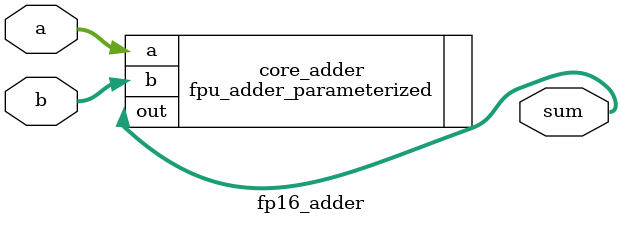
<source format=v>
`timescale 1ns/1ps
`include "../common/fpu_adder_parameterized.v"


module fp16_adder (
    input  [15:0] a,
    input  [15:0] b,
    output [15:0] sum
);

//----------------------------------------------------------------------
// Local Parameters for FP16 Format
//----------------------------------------------------------------------
localparam TOTAL_WIDTH = 16;
localparam EXP_WIDTH   = 5;
localparam MANT_WIDTH  = 10;

//----------------------------------------------------------------------
// Parameterized FPU Adder Instantiation
//----------------------------------------------------------------------
fpu_adder_parameterized #(
    .TOTAL_WIDTH (TOTAL_WIDTH),
    .EXP_WIDTH   (EXP_WIDTH),
    .MANT_WIDTH  (MANT_WIDTH)
) core_adder (
    .a   (a),
    .b   (b), 
    .out (sum)
);

endmodule
</source>
